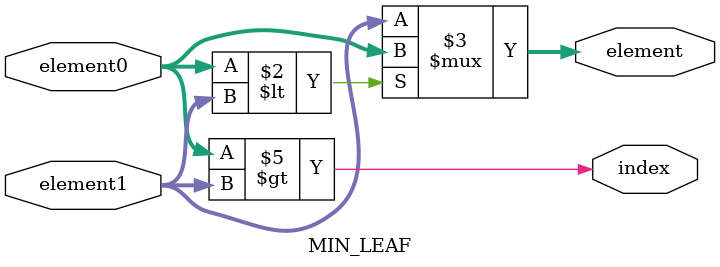
<source format=v>

module MIN_LEAF #(parameter BIT_WIDTH=14) (
    input      [BIT_WIDTH-1:0] element0,
    input      [BIT_WIDTH-1:0] element1,
    output reg                 index   ,
    output reg [BIT_WIDTH-1:0] element
);
    always @(*)
        begin
            element = element0<element1?element0:element1;
        end
    always @(*)
        begin
            index = element0>element1;
        end
endmodule

</source>
